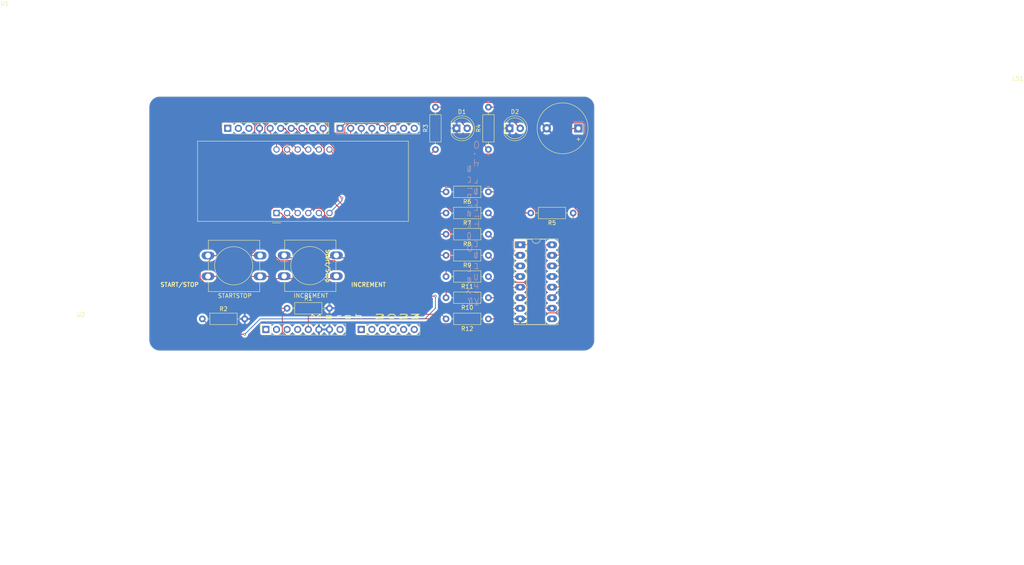
<source format=kicad_pcb>
(kicad_pcb (version 20221018) (generator pcbnew)
  (title_block (date "mar. 31 mars 2015"))
  (layers (0 "F.Cu" signal) (31 "B.Cu" power) (34 "B.Paste" user) (35 "F.Paste" user) (36 "B.SilkS" user "B.Silkscreen") (37 "F.SilkS" user "F.Silkscreen") (38 "B.Mask" user) (39 "F.Mask" user) (44 "Edge.Cuts" user))
  (net 0 "")
  (net 1 "GND")
  (net 3 "+5V")
  (net 4 "/IOREF")
  (net 5 "/A0")
  (net 6 "/A1")
  (net 7 "/A2")
  (net 8 "/A3")
  (net 9 "/SDA{slash}A4")
  (net 10 "/SCL{slash}A5")
  (net 11 "Net-(D1-A)")
  (net 12 "Net-(D2-A)")
  (net 16 "Dig1")
  (net 17 "Dig2")
  (net 18 "Dig3")
  (net 19 "Dig4")
  (net 20 "DS")
  (net 21 "ST_CP")
  (net 22 "SH_CP")
  (net 23 "/TX{slash}1")
  (net 24 "Buzzer")
  (net 25 "/RX{slash}0")
  (net 26 "+3V3")
  (net 27 "VCC")
  (net 28 "/~{RESET}")
  (net 29 "RED_LED")
  (net 30 "GREEN_LED")
  (net 31 "Button_2")
  (net 32 "Button_1")
  (net 33 "a")
  (net 34 "Net-(U1-a)")
  (net 35 "b")
  (net 36 "Net-(U1-b)")
  (net 37 "c")
  (net 38 "Net-(U1-c)")
  (net 39 "d")
  (net 40 "Net-(U1-d)")
  (net 41 "e")
  (net 42 "Net-(U1-e)")
  (net 43 "f")
  (net 44 "Net-(U1-f)")
  (net 45 "g")
  (net 46 "Net-(U1-g)")
  (net 47 "dp")
  (net 48 "Net-(U1-DPX)")
  (footprint "Connector_PinSocket_2.54mm:PinSocket_1x08_P2.54mm_Vertical" (layer "F.Cu") (at 127.94 97.46 90)
    (fp_text reference "J1" hide)
    (fp_text value "Power")
    (fp_line (start -1.33 1.27) (end -1.33 19.11) (stroke (width 0.12)) (layer "F.SilkS"))
    (fp_line (start -1.33 1.27) (end 1.33 1.27) (stroke (width 0.12)) (layer "F.SilkS"))
    (fp_line (start -1.33 19.11) (end 1.33 19.11) (stroke (width 0.12)) (layer "F.SilkS"))
    (fp_line (start 0 -1.33) (end 1.33 -1.33) (stroke (width 0.12)) (layer "F.SilkS"))
    (fp_line (start 1.33 -1.33) (end 1.33 0) (stroke (width 0.12)) (layer "F.SilkS"))
    (fp_line (start 1.33 1.27) (end 1.33 19.11) (stroke (width 0.12)) (layer "F.SilkS"))
    (pad "1" thru_hole rect locked (at 0 0 90) (size 1.7 1.7) (drill 1) (layers "*.Cu" "*.Mask"))
    (pad "2" thru_hole oval locked (at 0 2.54 90) (size 1.7 1.7) (drill 1) (layers "*.Cu" "*.Mask") (net 4 "/IOREF"))
    (pad "3" thru_hole oval locked (at 0 5.08 90) (size 1.7 1.7) (drill 1) (layers "*.Cu" "*.Mask") (net 28 "/~{RESET}"))
    (pad "4" thru_hole oval locked (at 0 7.62 90) (size 1.7 1.7) (drill 1) (layers "*.Cu" "*.Mask") (net 26 "+3V3"))
    (pad "5" thru_hole oval locked (at 0 10.16 90) (size 1.7 1.7) (drill 1) (layers "*.Cu" "*.Mask") (net 3 "+5V"))
    (pad "6" thru_hole oval locked (at 0 12.7 90) (size 1.7 1.7) (drill 1) (layers "*.Cu" "*.Mask") (net 1 "GND"))
    (pad "7" thru_hole oval locked (at 0 15.24 90) (size 1.7 1.7) (drill 1) (layers "*.Cu" "*.Mask") (net 1 "GND"))
    (pad "8" thru_hole oval locked (at 0 17.78 90) (size 1.7 1.7) (drill 1) (layers "*.Cu" "*.Mask") (net 27 "VCC"))
  )
  (footprint "Connector_PinSocket_2.54mm:PinSocket_1x06_P2.54mm_Vertical" (layer "F.Cu") (at 150.8 97.46 90)
    (fp_text reference "J3" hide)
    (fp_text value "Analog")
    (fp_line (start -1.33 1.27) (end -1.33 14.03) (stroke (width 0.12)) (layer "F.SilkS"))
    (fp_line (start -1.33 1.27) (end 1.33 1.27) (stroke (width 0.12)) (layer "F.SilkS"))
    (fp_line (start -1.33 14.03) (end 1.33 14.03) (stroke (width 0.12)) (layer "F.SilkS"))
    (fp_line (start 0 -1.33) (end 1.33 -1.33) (stroke (width 0.12)) (layer "F.SilkS"))
    (fp_line (start 1.33 -1.33) (end 1.33 0) (stroke (width 0.12)) (layer "F.SilkS"))
    (fp_line (start 1.33 1.27) (end 1.33 14.03) (stroke (width 0.12)) (layer "F.SilkS"))
    (pad "1" thru_hole rect locked (at 0 0 90) (size 1.7 1.7) (drill 1) (layers "*.Cu" "*.Mask") (net 5 "/A0"))
    (pad "2" thru_hole oval locked (at 0 2.54 90) (size 1.7 1.7) (drill 1) (layers "*.Cu" "*.Mask") (net 6 "/A1"))
    (pad "3" thru_hole oval locked (at 0 5.08 90) (size 1.7 1.7) (drill 1) (layers "*.Cu" "*.Mask") (net 7 "/A2"))
    (pad "4" thru_hole oval locked (at 0 7.62 90) (size 1.7 1.7) (drill 1) (layers "*.Cu" "*.Mask") (net 8 "/A3"))
    (pad "5" thru_hole oval locked (at 0 10.16 90) (size 1.7 1.7) (drill 1) (layers "*.Cu" "*.Mask") (net 9 "/SDA{slash}A4"))
    (pad "6" thru_hole oval locked (at 0 12.7 90) (size 1.7 1.7) (drill 1) (layers "*.Cu" "*.Mask") (net 10 "/SCL{slash}A5"))
  )
  (footprint "Connector_PinSocket_2.54mm:PinSocket_1x10_P2.54mm_Vertical" (layer "F.Cu") (at 118.796 49.2 90)
    (fp_text reference "J2" hide)
    (fp_text value "Digital/PWM")
    (fp_line (start -1.33 1.27) (end -1.33 24.19) (stroke (width 0.12)) (layer "F.SilkS"))
    (fp_line (start -1.33 1.27) (end 1.33 1.27) (stroke (width 0.12)) (layer "F.SilkS"))
    (fp_line (start -1.33 24.19) (end 1.33 24.19) (stroke (width 0.12)) (layer "F.SilkS"))
    (fp_line (start 0 -1.33) (end 1.33 -1.33) (stroke (width 0.12)) (layer "F.SilkS"))
    (fp_line (start 1.33 -1.33) (end 1.33 0) (stroke (width 0.12)) (layer "F.SilkS"))
    (fp_line (start 1.33 1.27) (end 1.33 24.19) (stroke (width 0.12)) (layer "F.SilkS"))
    (pad "1" thru_hole rect locked (at 0 0 90) (size 1.7 1.7) (drill 1) (layers "*.Cu" "*.Mask"))
    (pad "2" thru_hole oval locked (at 0 2.54 90) (size 1.7 1.7) (drill 1) (layers "*.Cu" "*.Mask"))
    (pad "3" thru_hole oval locked (at 0 5.08 90) (size 1.7 1.7) (drill 1) (layers "*.Cu" "*.Mask"))
    (pad "4" thru_hole oval locked (at 0 7.62 90) (size 1.7 1.7) (drill 1) (layers "*.Cu" "*.Mask") (net 1 "GND"))
    (pad "5" thru_hole oval locked (at 0 10.16 90) (size 1.7 1.7) (drill 1) (layers "*.Cu" "*.Mask") (net 16 "Dig1"))
    (pad "6" thru_hole oval locked (at 0 12.7 90) (size 1.7 1.7) (drill 1) (layers "*.Cu" "*.Mask") (net 17 "Dig2"))
    (pad "7" thru_hole oval locked (at 0 15.24 90) (size 1.7 1.7) (drill 1) (layers "*.Cu" "*.Mask") (net 18 "Dig3"))
    (pad "8" thru_hole oval locked (at 0 17.78 90) (size 1.7 1.7) (drill 1) (layers "*.Cu" "*.Mask") (net 19 "Dig4"))
    (pad "9" thru_hole oval locked (at 0 20.32 90) (size 1.7 1.7) (drill 1) (layers "*.Cu" "*.Mask") (net 20 "DS"))
    (pad "10" thru_hole oval locked (at 0 22.86 90) (size 1.7 1.7) (drill 1) (layers "*.Cu" "*.Mask") (net 21 "ST_CP"))
  )
  (footprint "Connector_PinSocket_2.54mm:PinSocket_1x08_P2.54mm_Vertical" (layer "F.Cu") (at 145.72 49.2 90)
    (fp_text reference "J4" hide)
    (fp_text value "Digital/PWM")
    (fp_line (start -1.33 1.27) (end -1.33 19.11) (stroke (width 0.12)) (layer "F.SilkS"))
    (fp_line (start -1.33 1.27) (end 1.33 1.27) (stroke (width 0.12)) (layer "F.SilkS"))
    (fp_line (start -1.33 19.11) (end 1.33 19.11) (stroke (width 0.12)) (layer "F.SilkS"))
    (fp_line (start 0 -1.33) (end 1.33 -1.33) (stroke (width 0.12)) (layer "F.SilkS"))
    (fp_line (start 1.33 -1.33) (end 1.33 0) (stroke (width 0.12)) (layer "F.SilkS"))
    (fp_line (start 1.33 1.27) (end 1.33 19.11) (stroke (width 0.12)) (layer "F.SilkS"))
    (pad "1" thru_hole rect locked (at 0 0 90) (size 1.7 1.7) (drill 1) (layers "*.Cu" "*.Mask") (net 22 "SH_CP"))
    (pad "2" thru_hole oval locked (at 0 2.54 90) (size 1.7 1.7) (drill 1) (layers "*.Cu" "*.Mask") (net 24 "Buzzer"))
    (pad "3" thru_hole oval locked (at 0 5.08 90) (size 1.7 1.7) (drill 1) (layers "*.Cu" "*.Mask") (net 29 "RED_LED"))
    (pad "4" thru_hole oval locked (at 0 7.62 90) (size 1.7 1.7) (drill 1) (layers "*.Cu" "*.Mask") (net 30 "GREEN_LED"))
    (pad "5" thru_hole oval locked (at 0 10.16 90) (size 1.7 1.7) (drill 1) (layers "*.Cu" "*.Mask") (net 31 "Button_2"))
    (pad "6" thru_hole oval locked (at 0 12.7 90) (size 1.7 1.7) (drill 1) (layers "*.Cu" "*.Mask") (net 32 "Button_1"))
    (pad "7" thru_hole oval locked (at 0 15.24 90) (size 1.7 1.7) (drill 1) (layers "*.Cu" "*.Mask") (net 23 "/TX{slash}1"))
    (pad "8" thru_hole oval locked (at 0 17.78 90) (size 1.7 1.7) (drill 1) (layers "*.Cu" "*.Mask") (net 25 "/RX{slash}0"))
  )
  (footprint "LED_THT:LED_D5.0mm" (layer "F.Cu") (at 186.36 49.2)
    (fp_text reference "D2" (at 1.27 -3.96) (layer "F.SilkS"))
    (fp_text value "LED")
    (fp_line (start -1.29 -1.545) (end -1.29 1.545) (stroke (width 0.12)) (layer "F.SilkS"))
    (fp_arc (start -1.29 -1.54483) (mid 2.072002 -2.880433) (end 4.26 0.000462) (stroke (width 0.12)) (layer "F.SilkS"))
    (fp_arc (start 4.26 -0.000462) (mid 2.072002 2.880433) (end -1.29 1.54483) (stroke (width 0.12)) (layer "F.SilkS"))
    (fp_circle (center 1.27 0) (end 3.77 0) (stroke (width 0.12)) (fill none) (layer "F.SilkS"))
    (pad "1" thru_hole rect (at 0 0) (size 1.8 1.8) (drill 0.9) (layers "*.Cu" "*.Mask") (net 1 "GND"))
    (pad "2" thru_hole circle (at 2.54 0) (size 1.8 1.8) (drill 0.9) (layers "*.Cu" "*.Mask") (net 12 "Net-(D2-A)"))
  )
  (footprint "Package_DIP:DIP-16_W7.62mm_Socket_LongPads" (layer "F.Cu") (at 188.9 77.14)
    (fp_text reference "U2" (at -105.336 16.808) (layer "F.SilkS"))
    (fp_text value "74HC595")
    (fp_line (start -1.44 -1.39) (end -1.44 19.17) (stroke (width 0.12)) (layer "F.SilkS"))
    (fp_line (start -1.44 19.17) (end 9.06 19.17) (stroke (width 0.12)) (layer "F.SilkS"))
    (fp_line (start 1.56 -1.33) (end 1.56 19.11) (stroke (width 0.12)) (layer "F.SilkS"))
    (fp_line (start 1.56 19.11) (end 6.06 19.11) (stroke (width 0.12)) (layer "F.SilkS"))
    (fp_line (start 2.81 -1.33) (end 1.56 -1.33) (stroke (width 0.12)) (layer "F.SilkS"))
    (fp_line (start 6.06 -1.33) (end 4.81 -1.33) (stroke (width 0.12)) (layer "F.SilkS"))
    (fp_line (start 6.06 19.11) (end 6.06 -1.33) (stroke (width 0.12)) (layer "F.SilkS"))
    (fp_line (start 9.06 -1.39) (end -1.44 -1.39) (stroke (width 0.12)) (layer "F.SilkS"))
    (fp_line (start 9.06 19.17) (end 9.06 -1.39) (stroke (width 0.12)) (layer "F.SilkS"))
    (fp_arc (start 4.81 -1.33) (mid 3.81 -0.33) (end 2.81 -1.33) (stroke (width 0.12)) (layer "F.SilkS"))
    (pad "1" thru_hole rect (at 0 0) (size 2.4 1.6) (drill 0.8) (layers "*.Cu" "*.Mask") (net 35 "b"))
    (pad "2" thru_hole oval (at 0 2.54) (size 2.4 1.6) (drill 0.8) (layers "*.Cu" "*.Mask") (net 37 "c"))
    (pad "3" thru_hole oval (at 0 5.08) (size 2.4 1.6) (drill 0.8) (layers "*.Cu" "*.Mask") (net 39 "d"))
    (pad "4" thru_hole oval (at 0 7.62) (size 2.4 1.6) (drill 0.8) (layers "*.Cu" "*.Mask") (net 41 "e"))
    (pad "5" thru_hole oval (at 0 10.16) (size 2.4 1.6) (drill 0.8) (layers "*.Cu" "*.Mask") (net 43 "f"))
    (pad "6" thru_hole oval (at 0 12.7) (size 2.4 1.6) (drill 0.8) (layers "*.Cu" "*.Mask") (net 45 "g"))
    (pad "7" thru_hole oval (at 0 15.24) (size 2.4 1.6) (drill 0.8) (layers "*.Cu" "*.Mask") (net 47 "dp"))
    (pad "8" thru_hole oval (at 0 17.78) (size 2.4 1.6) (drill 0.8) (layers "*.Cu" "*.Mask") (net 1 "GND"))
    (pad "9" thru_hole oval (at 7.62 17.78) (size 2.4 1.6) (drill 0.8) (layers "*.Cu" "*.Mask"))
    (pad "10" thru_hole oval (at 7.62 15.24) (size 2.4 1.6) (drill 0.8) (layers "*.Cu" "*.Mask") (net 3 "+5V"))
    (pad "11" thru_hole oval (at 7.62 12.7) (size 2.4 1.6) (drill 0.8) (layers "*.Cu" "*.Mask") (net 22 "SH_CP"))
    (pad "12" thru_hole oval (at 7.62 10.16) (size 2.4 1.6) (drill 0.8) (layers "*.Cu" "*.Mask") (net 21 "ST_CP"))
    (pad "13" thru_hole oval (at 7.62 7.62) (size 2.4 1.6) (drill 0.8) (layers "*.Cu" "*.Mask") (net 1 "GND"))
    (pad "14" thru_hole oval (at 7.62 5.08) (size 2.4 1.6) (drill 0.8) (layers "*.Cu" "*.Mask") (net 20 "DS"))
    (pad "15" thru_hole oval (at 7.62 2.54) (size 2.4 1.6) (drill 0.8) (layers "*.Cu" "*.Mask") (net 33 "a"))
    (pad "16" thru_hole oval (at 7.62 0) (size 2.4 1.6) (drill 0.8) (layers "*.Cu" "*.Mask") (net 3 "+5V"))
  )
  (footprint "Resistor_THT:R_Axial_DIN0207_L6.3mm_D2.5mm_P10.16mm_Horizontal" (layer "F.Cu") (at 181.28 74.6 180)
    (fp_text reference "R8" (at 5.08 -2.37) (layer "F.SilkS"))
    (fp_text value "100")
    (fp_line (start 1.04 0) (end 1.81 0) (stroke (width 0.12)) (layer "F.SilkS"))
    (fp_line (start 1.81 -1.37) (end 1.81 1.37) (stroke (width 0.12)) (layer "F.SilkS"))
    (fp_line (start 1.81 1.37) (end 8.35 1.37) (stroke (width 0.12)) (layer "F.SilkS"))
    (fp_line (start 8.35 -1.37) (end 1.81 -1.37) (stroke (width 0.12)) (layer "F.SilkS"))
    (fp_line (start 8.35 1.37) (end 8.35 -1.37) (stroke (width 0.12)) (layer "F.SilkS"))
    (fp_line (start 9.12 0) (end 8.35 0) (stroke (width 0.12)) (layer "F.SilkS"))
    (pad "1" thru_hole circle (at 0 0 180) (size 1.6 1.6) (drill 0.8) (layers "*.Cu" "*.Mask") (net 39 "d"))
    (pad "2" thru_hole oval (at 10.16 0 180) (size 1.6 1.6) (drill 0.8) (layers "*.Cu" "*.Mask") (net 40 "Net-(U1-d)"))
  )
  (footprint "Resistor_THT:R_Axial_DIN0207_L6.3mm_D2.5mm_P10.16mm_Horizontal" (layer "F.Cu") (at 201.6 69.52 180)
    (fp_text reference "R5" (at 5.08 -2.37) (layer "F.SilkS"))
    (fp_text value "100")
    (fp_line (start 1.04 0) (end 1.81 0) (stroke (width 0.12)) (layer "F.SilkS"))
    (fp_line (start 1.81 -1.37) (end 1.81 1.37) (stroke (width 0.12)) (layer "F.SilkS"))
    (fp_line (start 1.81 1.37) (end 8.35 1.37) (stroke (width 0.12)) (layer "F.SilkS"))
    (fp_line (start 8.35 -1.37) (end 1.81 -1.37) (stroke (width 0.12)) (layer "F.SilkS"))
    (fp_line (start 8.35 1.37) (end 8.35 -1.37) (stroke (width 0.12)) (layer "F.SilkS"))
    (fp_line (start 9.12 0) (end 8.35 0) (stroke (width 0.12)) (layer "F.SilkS"))
    (pad "1" thru_hole circle (at 0 0 180) (size 1.6 1.6) (drill 0.8) (layers "*.Cu" "*.Mask") (net 33 "a"))
    (pad "2" thru_hole oval (at 10.16 0 180) (size 1.6 1.6) (drill 0.8) (layers "*.Cu" "*.Mask") (net 34 "Net-(U1-a)"))
  )
  (footprint "LED_THT:LED_D5.0mm" (layer "F.Cu") (at 173.66 49.2)
    (fp_text reference "D1" (at 1.27 -3.96) (layer "F.SilkS"))
    (fp_text value "LED")
    (fp_line (start -1.29 -1.545) (end -1.29 1.545) (stroke (width 0.12)) (layer "F.SilkS"))
    (fp_arc (start -1.29 -1.54483) (mid 2.072002 -2.880433) (end 4.26 0.000462) (stroke (width 0.12)) (layer "F.SilkS"))
    (fp_arc (start 4.26 -0.000462) (mid 2.072002 2.880433) (end -1.29 1.54483) (stroke (width 0.12)) (layer "F.SilkS"))
    (fp_circle (center 1.27 0) (end 3.77 0) (stroke (width 0.12)) (fill none) (layer "F.SilkS"))
    (pad "1" thru_hole rect (at 0 0) (size 1.8 1.8) (drill 0.9) (layers "*.Cu" "*.Mask") (net 1 "GND"))
    (pad "2" thru_hole circle (at 2.54 0) (size 1.8 1.8) (drill 0.9) (layers "*.Cu" "*.Mask") (net 11 "Net-(D1-A)"))
  )
  (footprint "Resistor_THT:R_Axial_DIN0207_L6.3mm_D2.5mm_P10.16mm_Horizontal" (layer "F.Cu") (at 133.02 92.38)
    (fp_text reference "R1" (at 5.08 -2.37) (layer "F.SilkS"))
    (fp_text value "10k")
    (fp_line (start 1.04 0) (end 1.81 0) (stroke (width 0.12)) (layer "F.SilkS"))
    (fp_line (start 1.81 -1.37) (end 1.81 1.37) (stroke (width 0.12)) (layer "F.SilkS"))
    (fp_line (start 1.81 1.37) (end 8.35 1.37) (stroke (width 0.12)) (layer "F.SilkS"))
    (fp_line (start 8.35 -1.37) (end 1.81 -1.37) (stroke (width 0.12)) (layer "F.SilkS"))
    (fp_line (start 8.35 1.37) (end 8.35 -1.37) (stroke (width 0.12)) (layer "F.SilkS"))
    (fp_line (start 9.12 0) (end 8.35 0) (stroke (width 0.12)) (layer "F.SilkS"))
    (pad "1" thru_hole circle (at 0 0) (size 1.6 1.6) (drill 0.8) (layers "*.Cu" "*.Mask") (net 32 "Button_1"))
    (pad "2" thru_hole oval (at 10.16 0) (size 1.6 1.6) (drill 0.8) (layers "*.Cu" "*.Mask") (net 1 "GND"))
  )
  (footprint "Buzzer_Beeper:Buzzer_12x9.5RM7.6" (layer "F.Cu") (at 202.86 49.2 180)
    (fp_text reference "LS1" (at -105.346 11.938) (layer "F.SilkS"))
    (fp_text value "Speaker")
    (fp_text user "+" (at -0.01 -2.54) (layer "F.SilkS"))
    (fp_circle (center 3.8 0) (end 9.9 0) (stroke (width 0.12)) (fill none) (layer "F.SilkS"))
    (pad "1" thru_hole rect (at 0 0 180) (size 2 2) (drill 1) (layers "*.Cu" "*.Mask") (net 24 "Buzzer"))
    (pad "2" thru_hole circle (at 7.6 0 180) (size 2 2) (drill 1) (layers "*.Cu" "*.Mask") (net 1 "GND"))
  )
  (footprint "Resistor_THT:R_Axial_DIN0207_L6.3mm_D2.5mm_P10.16mm_Horizontal" (layer "F.Cu") (at 112.7 94.92)
    (fp_text reference "R2" (at 5.08 -2.37) (layer "F.SilkS"))
    (fp_text value "10k")
    (fp_line (start 1.04 0) (end 1.81 0) (stroke (width 0.12)) (layer "F.SilkS"))
    (fp_line (start 1.81 -1.37) (end 1.81 1.37) (stroke (width 0.12)) (layer "F.SilkS"))
    (fp_line (start 1.81 1.37) (end 8.35 1.37) (stroke (width 0.12)) (layer "F.SilkS"))
    (fp_line (start 8.35 -1.37) (end 1.81 -1.37) (stroke (width 0.12)) (layer "F.SilkS"))
    (fp_line (start 8.35 1.37) (end 8.35 -1.37) (stroke (width 0.12)) (layer "F.SilkS"))
    (fp_line (start 9.12 0) (end 8.35 0) (stroke (width 0.12)) (layer "F.SilkS"))
    (pad "1" thru_hole circle (at 0 0) (size 1.6 1.6) (drill 0.8) (layers "*.Cu" "*.Mask") (net 31 "Button_2"))
    (pad "2" thru_hole oval (at 10.16 0) (size 1.6 1.6) (drill 0.8) (layers "*.Cu" "*.Mask") (net 1 "GND"))
  )
  (footprint "Button_Switch_THT:SW_PUSH-12mm" (layer "F.Cu") (at 126.56 84.72 180)
    (fp_text reference "STARTSTOP" (at 6.08 -4.66) (layer "F.SilkS"))
    (fp_text value "SW_Push")
    (fp_line (start 0.1 -3.65) (end 12.4 -3.65) (stroke (width 0.12)) (layer "F.SilkS"))
    (fp_line (start 0.1 -0.93) (end 0.1 -3.65) (stroke (width 0.12)) (layer "F.SilkS"))
    (fp_line (start 0.1 4.07) (end 0.1 0.93) (stroke (width 0.12)) (layer "F.SilkS"))
    (fp_line (start 0.1 8.65) (end 0.1 5.93) (stroke (width 0.12)) (layer "F.SilkS"))
    (fp_line (start 12.4 -3.65) (end 12.4 -0.93) (stroke (width 0.12)) (layer "F.SilkS"))
    (fp_line (start 12.4 0.93) (end 12.4 4.07) (stroke (width 0.12)) (layer "F.SilkS"))
    (fp_line (start 12.4 5.93) (end 12.4 8.65) (stroke (width 0.12)) (layer "F.SilkS"))
    (fp_line (start 12.4 8.65) (end 0.1 8.65) (stroke (width 0.12)) (layer "F.SilkS"))
    (fp_circle (center 6.35 2.54) (end 10.16 5.08) (stroke (width 0.12)) (fill none) (layer "F.SilkS"))
    (pad "1" thru_hole oval (at 0 0 180) (size 3.048 1.85) (drill 1.3) (layers "*.Cu" "*.Mask") (net 3 "+5V"))
    (pad "1" thru_hole oval (at 12.5 0 180) (size 3.048 1.85) (drill 1.3) (layers "*.Cu" "*.Mask") (net 3 "+5V"))
    (pad "2" thru_hole oval (at 0 5 180) (size 3.048 1.85) (drill 1.3) (layers "*.Cu" "*.Mask") (net 32 "Button_1"))
    (pad "2" thru_hole oval (at 12.5 5 180) (size 3.048 1.85) (drill 1.3) (layers "*.Cu" "*.Mask") (net 32 "Button_1"))
  )
  (footprint "Button_Switch_THT:SW_PUSH-12mm" (layer "F.Cu") (at 144.825 84.68 180)
    (fp_text reference "INCREMENT" (at 6.08 -4.66) (layer "F.SilkS"))
    (fp_text value "SW_Push")
    (fp_line (start 0.1 -3.65) (end 12.4 -3.65) (stroke (width 0.12)) (layer "F.SilkS"))
    (fp_line (start 0.1 -0.93) (end 0.1 -3.65) (stroke (width 0.12)) (layer "F.SilkS"))
    (fp_line (start 0.1 4.07) (end 0.1 0.93) (stroke (width 0.12)) (layer "F.SilkS"))
    (fp_line (start 0.1 8.65) (end 0.1 5.93) (stroke (width 0.12)) (layer "F.SilkS"))
    (fp_line (start 12.4 -3.65) (end 12.4 -0.93) (stroke (width 0.12)) (layer "F.SilkS"))
    (fp_line (start 12.4 0.93) (end 12.4 4.07) (stroke (width 0.12)) (layer "F.SilkS"))
    (fp_line (start 12.4 5.93) (end 12.4 8.65) (stroke (width 0.12)) (layer "F.SilkS"))
    (fp_line (start 12.4 8.65) (end 0.1 8.65) (stroke (width 0.12)) (layer "F.SilkS"))
    (fp_circle (center 6.35 2.54) (end 10.16 5.08) (stroke (width 0.12)) (fill none) (layer "F.SilkS"))
    (pad "1" thru_hole oval (at 0 0 180) (size 3.048 1.85) (drill 1.3) (layers "*.Cu" "*.Mask") (net 3 "+5V"))
    (pad "1" thru_hole oval (at 12.5 0 180) (size 3.048 1.85) (drill 1.3) (layers "*.Cu" "*.Mask") (net 3 "+5V"))
    (pad "2" thru_hole oval (at 0 5 180) (size 3.048 1.85) (drill 1.3) (layers "*.Cu" "*.Mask") (net 31 "Button_2"))
    (pad "2" thru_hole oval (at 12.5 5 180) (size 3.048 1.85) (drill 1.3) (layers "*.Cu" "*.Mask") (net 31 "Button_2"))
  )
  (footprint "Display_7Segment:CA56-12EWA" (layer "F.Cu") (at 130.48 69.52 90)
    (fp_text reference "U1" (at 50.2581 -65.155) (layer "F.SilkS"))
    (fp_text value "CA56-12EWA")
    (fp_line (start -2.38 -1) (end -2.38 1) (stroke (width 0.12)) (layer "F.SilkS"))
    (fp_line (start -2 -18.92) (end -2 31.62) (stroke (width 0.12)) (layer "F.SilkS"))
    (fp_line (start -2 -18.92) (end 17.24 -18.92) (stroke (width 0.12)) (layer "F.SilkS"))
    (fp_line (start -2 31.62) (end 17.24 31.62) (stroke (width 0.12)) (layer "F.SilkS"))
    (fp_line (start 17.24 31.62) (end 17.24 -18.92) (stroke (width 0.12)) (layer "F.SilkS"))
    (pad "1" thru_hole rect (at 0 0 90) (size 1.5 1.5) (drill 1) (layers "*.Cu" "*.Mask") (net 42 "Net-(U1-e)"))
    (pad "2" thru_hole circle (at 0 2.54 90) (size 1.5 1.5) (drill 1) (layers "*.Cu" "*.Mask") (net 40 "Net-(U1-d)"))
    (pad "3" thru_hole circle (at 0 5.08 90) (size 1.5 1.5) (drill 1) (layers "*.Cu" "*.Mask") (net 48 "Net-(U1-DPX)"))
    (pad "4" thru_hole circle (at 0 7.62 90) (size 1.5 1.5) (drill 1) (layers "*.Cu" "*.Mask") (net 38 "Net-(U1-c)"))
    (pad "5" thru_hole circle (at 0 10.16 90) (size 1.5 1.5) (drill 1) (layers "*.Cu" "*.Mask") (net 46 "Net-(U1-g)"))
    (pad "6" thru_hole circle (at 0 12.7 90) (size 1.5 1.5) (drill 1) (layers "*.Cu" "*.Mask") (net 19 "Dig4"))
    (pad "7" thru_hole circle (at 15.24 12.7 90) (size 1.5 1.5) (drill 1) (layers "*.Cu" "*.Mask") (net 36 "Net-(U1-b)"))
    (pad "8" thru_hole circle (at 15.24 10.16 90) (size 1.5 1.5) (drill 1) (layers "*.Cu" "*.Mask") (net 18 "Dig3"))
    (pad "9" thru_hole circle (at 15.24 7.62 90) (size 1.5 1.5) (drill 1) (layers "*.Cu" "*.Mask") (net 17 "Dig2"))
    (pad "10" thru_hole circle (at 15.24 5.08 90) (size 1.5 1.5) (drill 1) (layers "*.Cu" "*.Mask") (net 44 "Net-(U1-f)"))
    (pad "11" thru_hole circle (at 15.24 2.54 90) (size 1.5 1.5) (drill 1) (layers "*.Cu" "*.Mask") (net 34 "Net-(U1-a)"))
    (pad "12" thru_hole circle (at 15.24 0 90) (size 1.5 1.5) (drill 1) (layers "*.Cu" "*.Mask") (net 16 "Dig1"))
  )
  (footprint "Resistor_THT:R_Axial_DIN0207_L6.3mm_D2.5mm_P10.16mm_Horizontal" (layer "F.Cu") (at 181.28 94.92 180)
    (fp_text reference "R12" (at 5.08 -2.37) (layer "F.SilkS"))
    (fp_text value "100")
    (fp_line (start 1.04 0) (end 1.81 0) (stroke (width 0.12)) (layer "F.SilkS"))
    (fp_line (start 1.81 -1.37) (end 1.81 1.37) (stroke (width 0.12)) (layer "F.SilkS"))
    (fp_line (start 1.81 1.37) (end 8.35 1.37) (stroke (width 0.12)) (layer "F.SilkS"))
    (fp_line (start 8.35 -1.37) (end 1.81 -1.37) (stroke (width 0.12)) (layer "F.SilkS"))
    (fp_line (start 8.35 1.37) (end 8.35 -1.37) (stroke (width 0.12)) (layer "F.SilkS"))
    (fp_line (start 9.12 0) (end 8.35 0) (stroke (width 0.12)) (layer "F.SilkS"))
    (pad "1" thru_hole circle (at 0 0 180) (size 1.6 1.6) (drill 0.8) (layers "*.Cu" "*.Mask") (net 47 "dp"))
    (pad "2" thru_hole oval (at 10.16 0 180) (size 1.6 1.6) (drill 0.8) (layers "*.Cu" "*.Mask") (net 48 "Net-(U1-DPX)"))
  )
  (footprint "Resistor_THT:R_Axial_DIN0207_L6.3mm_D2.5mm_P10.16mm_Horizontal" (layer "F.Cu") (at 181.28 89.84 180)
    (fp_text reference "R10" (at 5.08 -2.37) (layer "F.SilkS"))
    (fp_text value "100")
    (fp_line (start 1.04 0) (end 1.81 0) (stroke (width 0.12)) (layer "F.SilkS"))
    (fp_line (start 1.81 -1.37) (end 1.81 1.37) (stroke (width 0.12)) (layer "F.SilkS"))
    (fp_line (start 1.81 1.37) (end 8.35 1.37) (stroke (width 0.12)) (layer "F.SilkS"))
    (fp_line (start 8.35 -1.37) (end 1.81 -1.37) (stroke (width 0.12)) (layer "F.SilkS"))
    (fp_line (start 8.35 1.37) (end 8.35 -1.37) (stroke (width 0.12)) (layer "F.SilkS"))
    (fp_line (start 9.12 0) (end 8.35 0) (stroke (width 0.12)) (layer "F.SilkS"))
    (pad "1" thru_hole circle (at 0 0 180) (size 1.6 1.6) (drill 0.8) (layers "*.Cu" "*.Mask") (net 43 "f"))
    (pad "2" thru_hole oval (at 10.16 0 180) (size 1.6 1.6) (drill 0.8) (layers "*.Cu" "*.Mask") (net 44 "Net-(U1-f)"))
  )
  (footprint "Resistor_THT:R_Axial_DIN0207_L6.3mm_D2.5mm_P10.16mm_Horizontal" (layer "F.Cu") (at 181.28 79.68 180)
    (fp_text reference "R9" (at 5.08 -2.37) (layer "F.SilkS"))
    (fp_text value "100")
    (fp_line (start 1.04 0) (end 1.81 0) (stroke (width 0.12)) (layer "F.SilkS"))
    (fp_line (start 1.81 -1.37) (end 1.81 1.37) (stroke (width 0.12)) (layer "F.SilkS"))
    (fp_line (start 1.81 1.37) (end 8.35 1.37) (stroke (width 0.12)) (layer "F.SilkS"))
    (fp_line (start 8.35 -1.37) (end 1.81 -1.37) (stroke (width 0.12)) (layer "F.SilkS"))
    (fp_line (start 8.35 1.37) (end 8.35 -1.37) (stroke (width 0.12)) (layer "F.SilkS"))
    (fp_line (start 9.12 0) (end 8.35 0) (stroke (width 0.12)) (layer "F.SilkS"))
    (pad "1" thru_hole circle (at 0 0 180) (size 1.6 1.6) (drill 0.8) (layers "*.Cu" "*.Mask") (net 41 "e"))
    (pad "2" thru_hole oval (at 10.16 0 180) (size 1.6 1.6) (drill 0.8) (layers "*.Cu" "*.Mask") (net 42 "Net-(U1-e)"))
  )
  (footprint "Resistor_THT:R_Axial_DIN0207_L6.3mm_D2.5mm_P10.16mm_Horizontal" (layer "F.Cu") (at 181.28 64.44 180)
    (fp_text reference "R6" (at 5.08 -2.37) (layer "F.SilkS"))
    (fp_text value "100")
    (fp_line (start 1.04 0) (end 1.81 0) (stroke (width 0.12)) (layer "F.SilkS"))
    (fp_line (start 1.81 -1.37) (end 1.81 1.37) (stroke (width 0.12)) (layer "F.SilkS"))
    (fp_line (start 1.81 1.37) (end 8.35 1.37) (stroke (width 0.12)) (layer "F.SilkS"))
    (fp_line (start 8.35 -1.37) (end 1.81 -1.37) (stroke (width 0.12)) (layer "F.SilkS"))
    (fp_line (start 8.35 1.37) (end 8.35 -1.37) (stroke (width 0.12)) (layer "F.SilkS"))
    (fp_line (start 9.12 0) (end 8.35 0) (stroke (width 0.12)) (layer "F.SilkS"))
    (pad "1" thru_hole circle (at 0 0 180) (size 1.6 1.6) (drill 0.8) (layers "*.Cu" "*.Mask") (net 35 "b"))
    (pad "2" thru_hole oval (at 10.16 0 180) (size 1.6 1.6) (drill 0.8) (layers "*.Cu" "*.Mask") (net 36 "Net-(U1-b)"))
  )
  (footprint "Resistor_THT:R_Axial_DIN0207_L6.3mm_D2.5mm_P10.16mm_Horizontal" (layer "F.Cu") (at 168.58 54.28 90)
    (fp_text reference "R3" (at 5.08 -2.37 90) (layer "F.SilkS"))
    (fp_text value "330")
    (fp_line (start 1.04 0) (end 1.81 0) (stroke (width 0.12)) (layer "F.SilkS"))
    (fp_line (start 1.81 -1.37) (end 1.81 1.37) (stroke (width 0.12)) (layer "F.SilkS"))
    (fp_line (start 1.81 1.37) (end 8.35 1.37) (stroke (width 0.12)) (layer "F.SilkS"))
    (fp_line (start 8.35 -1.37) (end 1.81 -1.37) (stroke (width 0.12)) (layer "F.SilkS"))
    (fp_line (start 8.35 1.37) (end 8.35 -1.37) (stroke (width 0.12)) (layer "F.SilkS"))
    (fp_line (start 9.12 0) (end 8.35 0) (stroke (width 0.12)) (layer "F.SilkS"))
    (pad "1" thru_hole circle (at 0 0 90) (size 1.6 1.6) (drill 0.8) (layers "*.Cu" "*.Mask") (net 29 "RED_LED"))
    (pad "2" thru_hole oval (at 10.16 0 90) (size 1.6 1.6) (drill 0.8) (layers "*.Cu" "*.Mask") (net 11 "Net-(D1-A)"))
  )
  (footprint "Resistor_THT:R_Axial_DIN0207_L6.3mm_D2.5mm_P10.16mm_Horizontal" (layer "F.Cu") (at 181.28 69.52 180)
    (fp_text reference "R7" (at 5.08 -2.37) (layer "F.SilkS"))
    (fp_text value "100")
    (fp_line (start 1.04 0) (end 1.81 0) (stroke (width 0.12)) (layer "F.SilkS"))
    (fp_line (start 1.81 -1.37) (end 1.81 1.37) (stroke (width 0.12)) (layer "F.SilkS"))
    (fp_line (start 1.81 1.37) (end 8.35 1.37) (stroke (width 0.12)) (layer "F.SilkS"))
    (fp_line (start 8.35 -1.37) (end 1.81 -1.37) (stroke (width 0.12)) (layer "F.SilkS"))
    (fp_line (start 8.35 1.37) (end 8.35 -1.37) (stroke (width 0.12)) (layer "F.SilkS"))
    (fp_line (start 9.12 0) (end 8.35 0) (stroke (width 0.12)) (layer "F.SilkS"))
    (pad "1" thru_hole circle (at 0 0 180) (size 1.6 1.6) (drill 0.8) (layers "*.Cu" "*.Mask") (net 37 "c"))
    (pad "2" thru_hole oval (at 10.16 0 180) (size 1.6 1.6) (drill 0.8) (layers "*.Cu" "*.Mask") (net 38 "Net-(U1-c)"))
  )
  (footprint "Resistor_THT:R_Axial_DIN0207_L6.3mm_D2.5mm_P10.16mm_Horizontal" (layer "F.Cu") (at 181.28 84.76 180)
    (fp_text reference "R11" (at 5.08 -2.37) (layer "F.SilkS"))
    (fp_text value "100")
    (fp_line (start 1.04 0) (end 1.81 0) (stroke (width 0.12)) (layer "F.SilkS"))
    (fp_line (start 1.81 -1.37) (end 1.81 1.37) (stroke (width 0.12)) (layer "F.SilkS"))
    (fp_line (start 1.81 1.37) (end 8.35 1.37) (stroke (width 0.12)) (layer "F.SilkS"))
    (fp_line (start 8.35 -1.37) (end 1.81 -1.37) (stroke (width 0.12)) (layer "F.SilkS"))
    (fp_line (start 8.35 1.37) (end 8.35 -1.37) (stroke (width 0.12)) (layer "F.SilkS"))
    (fp_line (start 9.12 0) (end 8.35 0) (stroke (width 0.12)) (layer "F.SilkS"))
    (pad "1" thru_hole circle (at 0 0 180) (size 1.6 1.6) (drill 0.8) (layers "*.Cu" "*.Mask") (net 45 "g"))
    (pad "2" thru_hole oval (at 10.16 0 180) (size 1.6 1.6) (drill 0.8) (layers "*.Cu" "*.Mask") (net 46 "Net-(U1-g)"))
  )
  (footprint "Resistor_THT:R_Axial_DIN0207_L6.3mm_D2.5mm_P10.16mm_Horizontal" (layer "F.Cu") (at 181.28 54.28 90)
    (fp_text reference "R4" (at 5.08 -2.37 90) (layer "F.SilkS"))
    (fp_text value "330")
    (fp_line (start 1.04 0) (end 1.81 0) (stroke (width 0.12)) (layer "F.SilkS"))
    (fp_line (start 1.81 -1.37) (end 1.81 1.37) (stroke (width 0.12)) (layer "F.SilkS"))
    (fp_line (start 1.81 1.37) (end 8.35 1.37) (stroke (width 0.12)) (layer "F.SilkS"))
    (fp_line (start 8.35 -1.37) (end 1.81 -1.37) (stroke (width 0.12)) (layer "F.SilkS"))
    (fp_line (start 8.35 1.37) (end 8.35 -1.37) (stroke (width 0.12)) (layer "F.SilkS"))
    (fp_line (start 9.12 0) (end 8.35 0) (stroke (width 0.12)) (layer "F.SilkS"))
    (pad "1" thru_hole circle (at 0 0 90) (size 1.6 1.6) (drill 0.8) (layers "*.Cu" "*.Mask") (net 30 "GREEN_LED"))
    (pad "2" thru_hole oval (at 10.16 0 90) (size 1.6 1.6) (drill 0.8) (layers "*.Cu" "*.Mask") (net 12 "Net-(D2-A)"))
  )
  (gr_arc (start 99.999999 44.12) (mid 100.743948 42.323948) (end 102.54 41.579999) (stroke (width 0.05)) (layer "Edge.Cuts"))
  (gr_line (start 100 44.12) (end 100 100) (stroke (width 0.05)) (layer "Edge.Cuts"))
  (gr_line (start 206.68 44.12) (end 206.68 100) (stroke (width 0.05)) (layer "Edge.Cuts"))
  (gr_arc (start 206.68 100) (mid 205.936051 101.796051) (end 204.14 102.54) (stroke (width 0.05)) (layer "Edge.Cuts"))
  (gr_arc (start 102.54 102.54) (mid 100.743949 101.796051) (end 100 100) (stroke (width 0.05)) (layer "Edge.Cuts"))
  (gr_arc (start 204.14 41.580001) (mid 205.936051 42.323949) (end 206.679999 44.12) (stroke (width 0.05)) (layer "Edge.Cuts"))
  (gr_line (start 102.54 41.579999) (end 204.14 41.58) (stroke (width 0.05)) (layer "Edge.Cuts"))
  (gr_line (start 102.54 102.54) (end 204.14 102.54) (stroke (width 0.05)) (layer "Edge.Cuts"))
  (gr_text "Kitchen Timer 1.0\nRyan Considine" (at 176.2 92.38 -90) (layer "B.SilkS") (effects (font (size 1 3) (thickness 0.1)) (justify left bottom mirror)))
  (gr_text "INCREMENT\n" (at 148.26 87.3) (layer "F.SilkS") (effects (font (size 1 1) (thickness 0.2) bold) (justify left bottom)))
  (gr_text "Start/Stop" (at 142.225 78.0919 -90) (layer "F.SilkS") (effects (font (size 1 1) (thickness 0.2) bold) (justify left bottom)))
  (gr_text "March 2023" (at 138.1 94.92) (layer "F.SilkS") (effects (font (size 1 3) (thickness 0.2) bold) (justify left bottom)))
  (gr_text "START/STOP\n" (at 102.54 87.3) (layer "F.SilkS") (effects (font (size 1 1) (thickness 0.2) bold) (justify left bottom)))
  (segment (start 126.56 84.72) (end 114.06 84.72) (width 0.2) (layer "F.Cu") (net 3))
  (segment (start 132.9169 85.2719) (end 128.936 85.2719) (width 0.2) (layer "F.Cu") (net 3))
  (segment (start 196.52 92.38) (end 195.0199 92.38) (width 0.2) (layer "F.Cu") (net 3))
  (segment (start 195.0199 77.14) (end 195.0199 92.38) (width 0.2) (layer "F.Cu") (net 3))
  (segment (start 144.2331 85.2719) (end 138.1 85.2719) (width 0.2) (layer "F.Cu") (net 3))
  (segment (start 138.1 94.895) (end 168.1365 94.895) (width 0.2) (layer "F.Cu") (net 3))
  (segment (start 144.2331 85.2719) (end 144.825 84.68) (width 0.2) (layer "F.Cu") (net 3))
  (segment (start 191.3579 96.042) (end 195.0199 92.38) (width 0.2) (layer "F.Cu") (net 3))
  (segment (start 138.1 97.46) (end 138.1 94.895) (width 0.2) (layer "F.Cu") (net 3))
  (segment (start 128.384 84.72) (end 126.56 84.72) (width 0.2) (layer "F.Cu") (net 3))
  (segment (start 196.52 77.14) (end 195.0199 77.14) (width 0.2) (layer "F.Cu") (net 3))
  (segment (start 138.1 94.895) (end 138.1 85.2719) (width 0.2) (layer "F.Cu") (net 3))
  (segment (start 138.1 85.2719) (end 132.9169 85.2719) (width 0.2) (layer "F.Cu") (net 3))
  (segment (start 128.936 85.2719) (end 128.384 84.72) (width 0.2) (layer "F.Cu") (net 3))
  (segment (start 169.2835 96.042) (end 191.3579 96.042) (width 0.2) (layer "F.Cu") (net 3))
  (segment (start 132.9169 85.2719) (end 132.325 84.68) (width 0.2) (layer "F.Cu") (net 3))
  (segment (start 144.825 85.2719) (end 144.2331 85.2719) (width 0.2) (layer "F.Cu") (net 3))
  (segment (start 168.1365 94.895) (end 169.2835 96.042) (width 0.2) (layer "F.Cu") (net 3))
  (segment (start 168.58 44.12) (end 171.12 44.12) (width 0.2) (layer "F.Cu") (net 11))
  (segment (start 171.12 44.12) (end 176.2 49.2) (width 0.2) (layer "F.Cu") (net 11))
  (segment (start 183.82 44.12) (end 188.9 49.2) (width 0.2) (layer "F.Cu") (net 12))
  (segment (start 181.28 44.12) (end 183.82 44.12) (width 0.2) (layer "F.Cu") (net 12))
  (segment (start 128.956 50.216) (end 128.956 49.2) (width 0.2) (layer "F.Cu") (net 16))
  (segment (start 130.48 51.74) (end 128.956 50.216) (width 0.2) (layer "F.Cu") (net 16))
  (segment (start 130.48 54.28) (end 130.48 51.74) (width 0.2) (layer "F.Cu") (net 16))
  (segment (start 138.1 54.28) (end 137.4878 54.28) (width 0.2) (layer "F.Cu") (net 17))
  (segment (start 137.4878 54.28) (end 132.6461 49.4383) (width 0.2) (layer "F.Cu") (net 17))
  (segment (start 132.6461 49.4383) (end 132.6461 49.2) (width 0.2) (layer "F.Cu") (net 17))
  (segment (start 131.496 49.2) (end 132.6461 49.2) (width 0.2) (layer "F.Cu") (net 17))
  (segment (start 135.1861 49.4383) (end 135.1861 49.2) (width 0.2) (layer "F.Cu") (net 18))
  (segment (start 134.036 49.2) (end 135.1861 49.2) (width 0.2) (layer "F.Cu") (net 18))
  (segment (start 140.64 54.28) (end 140.0278 54.28) (width 0.2) (layer "F.Cu") (net 18))
  (segment (start 140.0278 54.28) (end 135.1861 49.4383) (width 0.2) (layer "F.Cu") (net 18))
  (segment (start 141.91 61.6534) (end 141.91 53.991) (width 0.2) (layer "F.Cu") (net 19))
  (segment (start 137.7261 49.8071) (end 137.7261 49.2) (width 0.2) (layer "F.Cu") (net 19))
  (segment (start 136.576 49.2) (end 137.7261 49.2) (width 0.2) (layer "F.Cu") (net 19))
  (segment (start 141.91 53.991) (end 137.7261 49.8071) (width 0.2) (layer "F.Cu") (net 19))
  (segment (start 146.1659 65.9093) (end 141.91 61.6534) (width 0.2) (layer "F.Cu") (net 19))
  (via (at 146.1659 65.9093) (size 0.6) (drill 0.3) (layers "F.Cu" "B.Cu") (net 19))
  (segment (start 143.18 69.52) (end 146.1659 66.5341) (width 0.2) (layer "B.Cu") (net 19))
  (segment (start 146.1659 66.5341) (end 146.1659 65.9093) (width 0.2) (layer "B.Cu") (net 19))
  (segment (start 139.584925 49.2) (end 139.116 49.2) (width 0.2) (layer "F.Cu") (net 20))
  (segment (start 144.23 54.764314) (end 144.23 53.845075) (width 0.2) (layer "F.Cu") (net 20))
  (segment (start 169.1381 61.5) (end 150.965686 61.5) (width 0.2) (layer "F.Cu") (net 20))
  (segment (start 198.0201 82.22) (end 202.7484 77.4917) (width 0.2) (layer "F.Cu") (net 20))
  (segment (start 170.9779 63.3398) (end 169.1381 61.5) (width 0.2) (layer "F.Cu") (net 20))
  (segment (start 196.9876 63.3398) (end 170.9779 63.3398) (width 0.2) (layer "F.Cu") (net 20))
  (segment (start 196.52 82.22) (end 198.0201 82.22) (width 0.2) (layer "F.Cu") (net 20))
  (segment (start 202.7484 69.1006) (end 196.9876 63.3398) (width 0.2) (layer "F.Cu") (net 20))
  (segment (start 150.965686 61.5) (end 144.23 54.764314) (width 0.2) (layer "F.Cu") (net 20))
  (segment (start 202.7484 77.4917) (end 202.7484 69.1006) (width 0.2) (layer "F.Cu") (net 20))
  (segment (start 144.23 53.845075) (end 139.584925 49.2) (width 0.2) (layer "F.Cu") (net 20))
  (segment (start 165.7468 57.0796) (end 161.7264 61.1) (width 0.2) (layer "F.Cu") (net 21))
  (segment (start 161.7264 61.1) (end 151.131372 61.1) (width 0.2) (layer "F.Cu") (net 21))
  (segment (start 196.52 87.3) (end 198.0201 87.3) (width 0.2) (layer "F.Cu") (net 21))
  (segment (start 141.656 50.705389) (end 141.656 49.2) (width 0.2) (layer "F.Cu") (net 21))
  (segment (start 151.131372 61.1) (end 144.63 54.598628) (width 0.2) (layer "F.Cu") (net 21))
  (segment (start 144.63 54.598628) (end 144.63 53.679389) (width 0.2) (layer "F.Cu") (net 21))
  (segment (start 203.1776 82.1425) (end 203.1776 68.9366) (width 0.2) (layer "F.Cu") (net 21))
  (segment (start 198.0201 87.3) (end 203.1776 82.1425) (width 0.2) (layer "F.Cu") (net 21))
  (segment (start 203.1776 68.9366) (end 191.3206 57.0796) (width 0.2) (layer "F.Cu") (net 21))
  (segment (start 144.63 53.679389) (end 141.656 50.705389) (width 0.2) (layer "F.Cu") (net 21))
  (segment (start 191.3206 57.0796) (end 165.7468 57.0796) (width 0.2) (layer "F.Cu") (net 21))
  (segment (start 145.72 49.2) (end 148.26 46.66) (width 0.2) (layer "F.Cu") (net 22))
  (segment (start 157.1648 50.4848) (end 181.28 50.4848) (width 0.2) (layer "F.Cu") (net 22))
  (segment (start 148.26 46.66) (end 154.966346 46.66) (width 0.2) (layer "F.Cu") (net 22))
  (segment (start 157.1648 48.858454) (end 157.1648 50.4848) (width 0.2) (layer "F.Cu") (net 22))
  (segment (start 196.4352 53.0248) (end 201.56 47.9) (width 0.2) (layer "F.Cu") (net 22))
  (segment (start 183.82 53.0248) (end 196.4352 53.0248) (width 0.2) (layer "F.Cu") (net 22))
  (segment (start 204.16 47.9) (end 204.16 82.2) (width 0.2) (layer "F.Cu") (net 22))
  (segment (start 154.966346 46.66) (end 157.1648 48.858454) (width 0.2) (layer "F.Cu") (net 22))
  (segment (start 204.16 82.2) (end 196.52 89.84) (width 0.2) (layer "F.Cu") (net 22))
  (segment (start 201.56 47.9) (end 204.16 47.9) (width 0.2) (layer "F.Cu") (net 22))
  (segment (start 181.28 50.4848) (end 183.82 53.0248) (width 0.2) (layer "F.Cu") (net 22))
  (segment (start 145.72 51.74) (end 148.26 51.74) (width 0.2) (layer "F.Cu") (net 24))
  (segment (start 145.03 54.432942) (end 145.03 53.513703) (width 0.2) (layer "F.Cu") (net 24))
  (segment (start 202.86 49.2) (end 201.5599 49.2) (width 0.2) (layer "F.Cu") (net 24))
  (segment (start 144.488149 52.971851) (end 145.72 51.74) (width 0.2) (layer "F.Cu") (net 24))
  (segment (start 195.3754 55.3845) (end 175.0955 55.3845) (width 0.2) (layer "F.Cu") (net 24))
  (segment (start 173.8004 56.6796) (end 165.581114 56.6796) (width 0.2) (layer "F.Cu") (net 24))
  (segment (start 161.560714 60.7) (end 151.297058 60.7) (width 0.2) (layer "F.Cu") (net 24))
  (segment (start 151.297058 60.7) (end 145.03 54.432942) (width 0.2) (layer "F.Cu") (net 24))
  (segment (start 175.0955 55.3845) (end 173.8004 56.6796) (width 0.2) (layer "F.Cu") (net 24))
  (segment (start 145.03 53.513703) (end 144.488149 52.971851) (width 0.2) (layer "F.Cu") (net 24))
  (segment (start 201.5599 49.2) (end 195.3754 55.3845) (width 0.2) (layer "F.Cu") (net 24))
  (segment (start 148.26 49.2) (end 148.26 51.74) (width 0.2) (layer "F.Cu") (net 24))
  (segment (start 165.581114 56.6796) (end 161.560714 60.7) (width 0.2) (layer "F.Cu") (net 24))
  (segment (start 165.415429 56.2796) (end 166.5804 56.2796) (width 0.2) (layer "F.Cu") (net 29))
  (segment (start 166.5804 56.2796) (end 168.58 54.28) (width 0.2) (layer "F.Cu") (net 29))
  (segment (start 145.72 54.28) (end 145.581372 54.418628) (width 0.2) (layer "F.Cu") (net 29))
  (segment (start 145.581372 54.418628) (end 151.462744 60.3) (width 0.2) (layer "F.Cu") (net 29))
  (segment (start 151.462744 60.3) (end 161.395028 60.3) (width 0.2) (layer "F.Cu") (net 29))
  (segment (start 150.8 54.28) (end 145.72 54.28) (width 0.2) (layer "F.Cu") (net 29))
  (segment (start 150.8 49.2) (end 150.8 54.28) (width 0.2) (layer "F.Cu") (net 29))
  (segment (start 161.395028 60.3) (end 165.415429 56.2796) (width 0.2) (layer "F.Cu") (net 29))
  (segment (start 181.28 54.28) (end 177.8848 50.8848) (width 0.2) (layer "F.Cu") (net 30))
  (segment (start 163.5 56.82) (end 153.34 56.82) (width 0.2) (layer "F.Cu") (net 30))
  (segment (start 169.4352 50.8848) (end 163.5 56.82) (width 0.2) (layer "F.Cu") (net 30))
  (segment (start 153.34 49.2) (end 153.34 56.82) (width 0.2) (layer "F.Cu") (net 30))
  (segment (start 177.8848 50.8848) (end 169.4352 50.8848) (width 0.2) (layer "F.Cu") (net 30))
  (segment (start 154.73 48.05) (end 147.783654 48.05) (width 0.2) (layer "F.Cu") (net 31))
  (segment (start 146.87 48.963654) (end 146.87 50.35) (width 0.2) (layer "F.Cu") (net 31))
  (segment (start 144.2331 80.2719) (end 144.825 79.68) (width 0.2) (layer "F.Cu") (net 31))
  (segment (start 132.9169 80.2719) (end 132.325 79.68) (width 0.2) (layer "F.Cu") (net 31))
  (segment (start 155.838 89.4608) (end 146.649 80.2719) (width 0.2) (layer "F.Cu") (net 31))
  (segment (start 144.2331 80.2719) (end 132.9169 80.2719) (width 0.2) (layer "F.Cu") (net 31))
  (segment (start 114.5505 96.7704) (end 112.7 94.92) (width 0.2) (layer "F.Cu") (net 31))
  (segment (start 114.5505 88.418) (end 114.5505 96.7704) (width 0.2) (layer "F.Cu") (net 31))
  (segment (start 116.401 98.6208) (end 114.5505 96.7704) (width 0.2) (layer "F.Cu") (net 31))
  (segment (start 132.9169 80.2719) (end 132.325 80.2719) (width 0.2) (layer "F.Cu") (net 31))
  (segment (start 111.7586 64.9822) (end 111.7586 85.6261) (width 0.2) (layer "F.Cu") (net 31))
  (segment (start 155.88 49.2) (end 154.73 48.05) (width 0.2) (layer "F.Cu") (net 31))
  (segment (start 122.86 98.6208) (end 116.401 98.6208) (width 0.2) (layer "F.Cu") (net 31))
  (segment (start 141.609646 47.5273) (end 126.462354 47.5273) (width 0.2) (layer "F.Cu") (net 31))
  (segment (start 126.462354 47.5273) (end 125.266 48.723654) (width 0.2) (layer "F.Cu") (net 31))
  (segment (start 146.87 50.35) (end 144.432346 50.35) (width 0.2) (layer "F.Cu") (net 31))
  (segment (start 147.783654 48.05) (end 146.87 48.963654) (width 0.2) (layer "F.Cu") (net 31))
  (segment (start 125.266 51.4748) (end 111.7586 64.9822) (width 0.2) (layer "F.Cu") (net 31))
  (segment (start 144.432346 50.35) (end 141.609646 47.5273) (width 0.2) (layer "F.Cu") (net 31))
  (segment (start 125.266 48.723654) (end 125.266 51.4748) (width 0.2) (layer "F.Cu") (net 31))
  (segment (start 146.649 80.2719) (end 144.2331 80.2719) (width 0.2) (layer "F.Cu") (net 31))
  (segment (start 168.569 89.4608) (end 155.838 89.4608) (width 0.2) (layer "F.Cu") (net 31))
  (segment (start 111.7586 85.6261) (end 114.5505 88.418) (width 0.2) (layer "F.Cu") (net 31))
  (via (at 122.86 98.6208) (size 0.6) (drill 0.3) (layers "F.Cu" "B.Cu") (net 31))
  (via (at 168.569 89.4608) (size 0.6) (drill 0.3) (layers "F.Cu" "B.Cu") (net 31))
  (segment (start 132.6725 79.4774) (end 132.5276 79.4774) (width 0.2) (layer "B.Cu") (net 31))
  (segment (start 132.5276 79.4774) (end 132.325 79.68) (width 0.2) (layer "B.Cu") (net 31))
  (segment (start 126.5608 94.92) (end 166.04 94.92) (width 0.2) (layer "B.Cu") (net 31))
  (segment (start 168.569 92.391) (end 168.569 89.4608) (width 0.2) (layer "B.Cu") (net 31))
  (segment (start 133.02 79.1299) (end 132.6725 79.4774) (width 0.2) (layer "B.Cu") (net 31))
  (segment (start 166.04 94.92) (end 168.569 92.391) (width 0.2) (layer "B.Cu") (net 31))
  (segment (start 132.6725 79.4774) (end 132.325 79.8249) (width 0.2) (layer "B.Cu") (net 31))
  (segment (start 133.02 79.68) (end 133.02 79.1299) (width 0.2) (layer "B.Cu") (net 31))
  (segment (start 122.86 98.6208) (end 126.5608 94.92) (width 0.2) (layer "B.Cu") (net 31))
  (segment (start 127.686 62.154) (end 127.686 48.8389) (width 0.2) (layer "F.Cu") (net 32))
  (segment (start 114.06 79.72) (end 115.2 79.72) (width 0.2) (layer "F.Cu") (net 32))
  (segment (start 119.3356 92.38) (end 133.02 92.38) (width 0.2) (layer "F.Cu") (net 32))
  (segment (start 114.098 79.7577) (end 114.06 79.72) (width 0.2) (layer "F.Cu") (net 32))
  (segment (start 121.832 79.72) (end 121.809 79.6975) (width 0.2) (layer "F.Cu") (net 32))
  (segment (start 115.2 79.72) (end 115.24 79.68) (width 0.2) (layer "F.Cu") (net 32))
  (segment (start 115.5359 79.7577) (end 112.2032 83.0904) (width 0.2) (layer "F.Cu") (net 32))
  (segment (start 195.664365 93.48) (end 189.144365 100) (width 0.2) (layer "F.Cu") (net 32))
  (segment (start 124.196 79.72) (end 121.832 79.72) (width 0.2) (layer "F.Cu") (net 32))
  (segment (start 183.285686 43.02) (end 186.925686 46.66) (width 0.2) (layer "F.Cu") (net 32))
  (segment (start 204.14 46.66) (end 204.56 47.08) (width 0.2) (layer "F.Cu") (net 32))
  (segment (start 158.42 49.2) (end 164.6 43.02) (width 0.2) (layer "F.Cu") (net 32))
  (segment (start 197.375635 93.48) (end 195.664365 93.48) (width 0.2) (layer "F.Cu") (net 32))
  (segment (start 204.56 86.295635) (end 197.375635 93.48) (width 0.2) (layer "F.Cu") (net 32))
  (segment (start 204.56 47.08) (end 204.56 86.295635) (width 0.2) (layer "F.Cu") (net 32))
  (segment (start 127.686 48.8389) (end 128.5225 48.0024) (width 0.2) (layer "F.Cu") (net 32))
  (segment (start 124.196 79.72) (end 125.4 78.516) (width 0.2) (layer "F.Cu") (net 32))
  (segment (start 186.925686 46.66) (end 204.14 46.66) (width 0.2) (layer "F.Cu") (net 32))
  (segment (start 189.144365 100) (end 133.933654 100) (width 0.2) (layer "F.Cu") (net 32))
  (segment (start 121.809 79.6973) (end 121.806 79.6942) (width 0.2) (layer "F.Cu") (net 32))
  (segment (start 115.5359 79.7577) (end 114.098 79.7577) (width 0.2) (layer "F.Cu") (net 32))
  (segment (start 125.4 78.516) (end 125.4 64.44) (width 0.2) (layer "F.Cu") (net 32))
  (segment (start 125.4 64.44) (end 127.686 62.154) (width 0.2) (layer "F.Cu") (net 32))
  (segment (start 164.6 43.02) (end 183.285686 43.02) (width 0.2) (layer "F.Cu") (net 32))
  (segment (start 131.87 97.936346) (end 131.87 93.53) (width 0.2) (layer "F.Cu") (net 32))
  (segment (start 112.2032 83.0904) (end 112.2032 85.2476) (width 0.2) (layer "F.Cu") (net 32))
  (segment (start 121.806 79.6942) (end 121.742 79.7577) (width 0.2) (layer "F.Cu") (net 32))
  (segment (start 131.87 93.53) (end 133.02 92.38) (width 0.2) (layer "F.Cu") (net 32))
  (segment (start 112.2032 85.2476) (end 119.3356 92.38) (width 0.2) (layer "F.Cu") (net 32))
  (segment (start 121.809 79.6975) (end 121.809 79.6973) (width 0.2) (layer "F.Cu") (net 32))
  (segment (start 126.56 79.72) (end 124.196 79.72) (width 0.2) (layer "F.Cu") (net 32))
  (segment (start 133.933654 100) (end 131.87 97.936346) (width 0.2) (layer "F.Cu") (net 32))
  (segment (start 121.742 79.7577) (end 115.5359 79.7577) (width 0.2) (layer "F.Cu") (net 32))
  (segment (start 201.6 76.1001) (end 198.0201 79.68) (width 0.2) (layer "F.Cu") (net 33))
  (segment (start 201.6 69.52) (end 201.6 76.1001) (width 0.2) (layer "F.Cu") (net 33))
  (segment (start 196.52 79.68) (end 198.0201 79.68) (width 0.2) (layer "F.Cu") (net 33))
  (segment (start 146.3757 67.6357) (end 188.4556 67.6357) (width 0.2) (layer "F.Cu") (net 34))
  (segment (start 191.44 69.52) (end 190.3399 69.52) (width 0.2) (layer "F.Cu") (net 34))
  (segment (start 188.4556 67.6357) (end 190.3399 69.52) (width 0.2) (layer "F.Cu") (net 34))
  (segment (start 133.02 54.28) (end 146.3757 67.6357) (width 0.2) (layer "F.Cu") (net 34))
  (segment (start 192.5733 74.9668) (end 192.5733 69.0372) (width 0.2) (layer "F.Cu") (net 35))
  (segment (start 188.9 77.14) (end 190.4001 77.14) (width 0.2) (layer "F.Cu") (net 35))
  (segment (start 187.9761 64.44) (end 181.28 64.44) (width 0.2) (layer "F.Cu") (net 35))
  (segment (start 192.5733 69.0372) (end 187.9761 64.44) (width 0.2) (layer "F.Cu") (net 35))
  (segment (start 190.4001 77.14) (end 192.5733 74.9668) (width 0.2) (layer "F.Cu") (net 35))
  (segment (start 143.18 54.28) (end 150.8 61.9) (width 0.2) (layer "F.Cu") (net 36))
  (segment (start 150.8 61.9) (end 167.4799 61.9) (width 0.2) (layer "F.Cu") (net 36))
  (segment (start 170.0199 64.44) (end 171.12 64.44) (width 0.2) (layer "F.Cu") (net 36))
  (segment (start 167.4799 61.9) (end 170.0199 64.44) (width 0.2) (layer "F.Cu") (net 36))
  (segment (start 181.28 69.52) (end 187.3999 75.6399) (width 0.2) (layer "F.Cu") (net 37))
  (segment (start 187.3999 75.6399) (end 187.3999 79.68) (width 0.2) (layer "F.Cu") (net 37))
  (segment (start 188.9 79.68) (end 187.3999 79.68) (width 0.2) (layer "F.Cu") (net 37))
  (segment (start 142.02 69.361) (end 141.0846 68.4256) (width 0.2) (layer "F.Cu") (net 38))
  (segment (start 168.8881 70.6518) (end 142.7856 70.6518) (width 0.2) (layer "F.Cu") (net 38))
  (segment (start 139.1944 68.4256) (end 138.1 69.52) (width 0.2) (layer "F.Cu") (net 38))
  (segment (start 171.12 69.52) (end 170.0199 69.52) (width 0.2) (layer "F.Cu") (net 38))
  (segment (start 141.0846 68.4256) (end 139.1944 68.4256) (width 0.2) (layer "F.Cu") (net 38))
  (segment (start 142.02 69.8862) (end 142.02 69.361) (width 0.2) (layer "F.Cu") (net 38))
  (segment (start 142.7856 70.6518) (end 142.02 69.8862) (width 0.2) (layer "F.Cu") (net 38))
  (segment (start 170.0199 69.52) (end 168.8881 70.6518) (width 0.2) (layer "F.Cu") (net 38))
  (segment (start 188.9 82.22) (end 187.3999 82.22) (width 0.2) (layer "F.Cu") (net 39))
  (segment (start 187.3999 80.7199) (end 187.3999 82.22) (width 0.2) (layer "F.Cu") (net 39))
  (segment (start 181.28 74.6) (end 187.3999 80.7199) (width 0.2) (layer "F.Cu") (net 39))
  (segment (start 141.6492 74.6) (end 138.6046 71.5554) (width 0.2) (layer "F.Cu") (net 40))
  (segment (start 135.0554 71.5554) (end 133.02 69.52) (width 0.2) (layer "F.Cu") (net 40))
  (segment (start 171.12 74.6) (end 141.6492 74.6) (width 0.2) (layer "F.Cu") (net 40))
  (segment (start 138.6046 71.5554) (end 135.0554 71.5554) (width 0.2) (layer "F.Cu") (net 40))
  (segment (start 181.28 79.68) (end 186.36 84.76) (width 0.2) (layer "F.Cu") (net 41))
  (segment (start 186.36 84.76) (end 188.9 84.76) (width 0.2) (layer "F.Cu") (net 41))
  (segment (start 130.48 69.52) (end 131.5301 69.52) (width 0.2) (layer "F.Cu") (net 42))
  (segment (start 168.4553 78.1154) (end 170.0199 79.68) (width 0.2) (layer "F.Cu") (net 42))
  (segment (start 131.5301 69.52) (end 140.1255 78.1154) (width 0.2) (layer "F.Cu") (net 42))
  (segment (start 140.1255 78.1154) (end 168.4553 78.1154) (width 0.2) (layer "F.Cu") (net 42))
  (segment (start 171.12 79.68) (end 170.0199 79.68) (width 0.2) (layer "F.Cu") (net 42))
  (segment (start 184.8599 89.84) (end 187.3999 87.3) (width 0.2) (layer "F.Cu") (net 43))
  (segment (start 181.28 89.84) (end 184.8599 89.84) (width 0.2) (layer "F.Cu") (net 43))
  (segment (start 188.9 87.3) (end 187.3999 87.3) (width 0.2) (layer "F.Cu") (net 43))
  (segment (start 134.5047 53.2247) (end 132.55 53.2247) (width 0.2) (layer "F.Cu") (net 44))
  (segment (start 131.9304 54.6847) (end 145.332 68.0863) (width 0.2) (layer "F.Cu") (net 44))
  (segment (start 145.332 68.0863) (end 171.2722 68.0863) (width 0.2) (layer "F.Cu") (net 44))
  (segment (start 131.9304 53.8443) (end 131.9304 54.6847) (width 0.2) (layer "F.Cu") (net 44))
  (segment (start 172.6925 69.5066) (end 172.6925 87.1674) (width 0.2) (layer "F.Cu") (net 44))
  (segment (start 171.12 89.84) (end 171.12 88.7399) (width 0.2) (layer "F.Cu") (net 44))
  (segment (start 135.56 54.28) (end 134.5047 53.2247) (width 0.2) (layer "F.Cu") (net 44))
  (segment (start 171.2722 68.0863) (end 172.6925 69.5066) (width 0.2) (layer "F.Cu") (net 44))
  (segment (start 132.55 53.2247) (end 131.9304 53.8443) (width 0.2) (layer "F.Cu") (net 44))
  (segment (start 172.6925 87.1674) (end 171.12 88.7399) (width 0.2) (layer "F.Cu") (net 44))
  (segment (start 190.4001 86.7744) (end 189.7858 86.1601) (width 0.2) (layer "F.Cu") (net 45))
  (segment (start 182.6801 86.1601) (end 181.28 84.76) (width 0.2) (layer "F.Cu") (net 45))
  (segment (start 189.7858 86.1601) (end 182.6801 86.1601) (width 0.2) (layer "F.Cu") (net 45))
  (segment (start 190.4001 89.84) (end 190.4001 86.7744) (width 0.2) (layer "F.Cu") (net 45))
  (segment (start 188.9 89.84) (end 190.4001 89.84) (width 0.2) (layer "F.Cu") (net 45))
  (segment (start 169.3993 71.2793) (end 172.225 74.105) (width 0.2) (layer "F.Cu") (net 46))
  (segment (start 172.225 74.105) (end 172.225 82.5549) (width 0.2) (layer "F.Cu") (net 46))
  (segment (start 171.12 84.76) (end 171.12 83.6599) (width 0.2) (layer "F.Cu") (net 46))
  (segment (start 140.64 69.52) (end 142.3993 71.2793) (width 0.2) (layer "F.Cu") (net 46))
  (segment (start 172.225 82.5549) (end 171.12 83.6599) (width 0.2) (layer "F.Cu") (net 46))
  (segment (start 142.3993 71.2793) (end 169.3993 71.2793) (width 0.2) (layer "F.Cu") (net 46))
  (segment (start 184.8599 94.92) (end 187.3999 92.38) (width 0.2) (layer "F.Cu") (net 47))
  (segment (start 188.9 92.38) (end 187.3999 92.38) (width 0.2) (layer "F.Cu") (net 47))
  (segment (start 181.28 94.92) (end 184.8599 94.92) (width 0.2) (layer "F.Cu") (net 47))
  (segment (start 131.218588 80.905) (end 128.086 77.772412) (width 0.2) (layer "F.Cu") (net 48))
  (segment (start 171.12 94.92) (end 170.02 93.82) (width 0.2) (layer "F.Cu") (net 48))
  (segment (start 144.405 80.905) (end 131.218588 80.905) (width 0.2) (layer "F.Cu") (net 48))
  (segment (start 157.32 93.82) (end 144.405 80.905) (width 0.2) (layer "F.Cu") (net 48))
  (segment (start 130.92 66.98) (end 133.02 66.98) (width 0.2) (layer "F.Cu") (net 48))
  (segment (start 128.086 69.814) (end 130.92 66.98) (width 0.2) (layer "F.Cu") (net 48))
  (segment (start 133.02 66.98) (end 135.56 69.52) (width 0.2) (layer "F.Cu") (net 48))
  (segment (start 170.02 93.82) (end 157.32 93.82) (width 0.2) (layer "F.Cu") (net 48))
  (segment (start 128.086 77.772412) (end 128.086 69.814) (width 0.2) (layer "F.Cu") (net 48))
  (zone (net 1) (net_name "GND") (layer "B.Cu") (connect_pads (clearance 0.5)) (min_thickness 0.25) (fill yes (thermal_gap 0.5) (thermal_bridge_width 0.5))
    (polygon (pts (xy 100 41.58) (xy 100 102.54) (xy 206.68 102.54) (xy 206.68 41.58)))
  )
)
</source>
